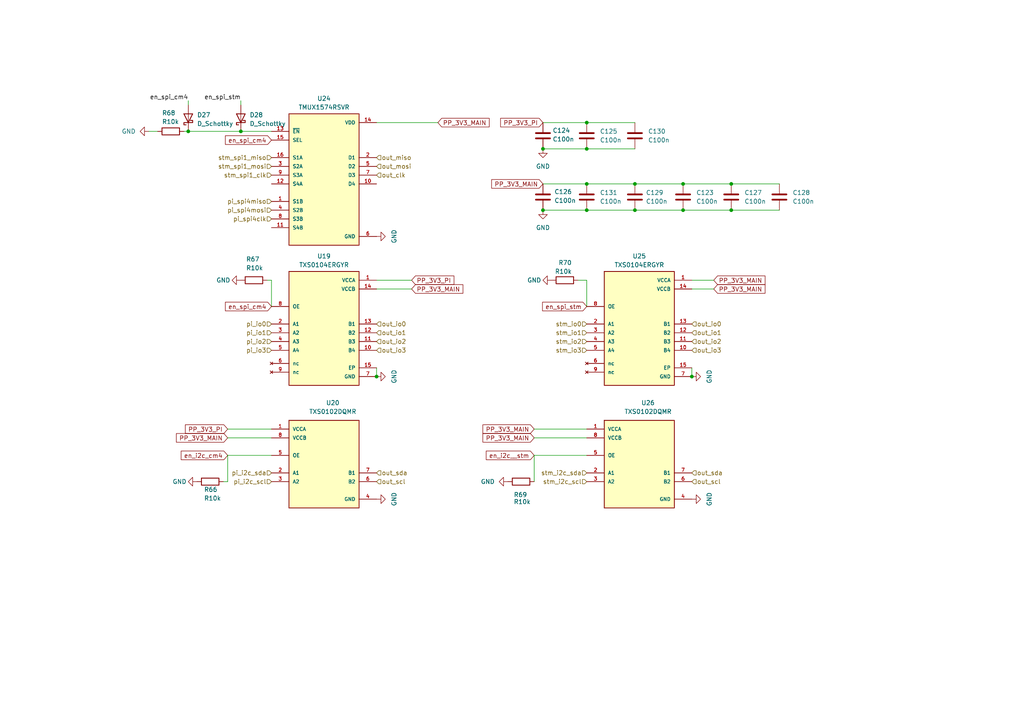
<source format=kicad_sch>
(kicad_sch (version 20231120) (generator "eeschema") (generator_version "8.0")
  (paper "A4")
  (title_block (title "Connector IO buffers") (date "2025-02-17") (rev "2.0") (comment 1 "Matthew Guo") (comment 2 "matthew@paisleymicro.com") (comment 3 "Matthew Guo") (comment 4 "matthew@paisleymicro.com") (comment 5 "Firefly-4") (comment 6 "PAISLEY-FC-4") (comment 7 "2025") (comment 8 "Firefly Automation Controller for RPi CM4"))
  (lib_symbols
    (symbol "Device:C" (pin_numbers hide) (pin_names (offset 0.254))
      (property "Reference" "C" (at 0.635 2.54 0))
      (property "Value" "C" (at 0.635 -2.54 0))
      (symbol "C_0_1"
        (polyline (pts (xy -2.032 -0.762) (xy 2.032 -0.762)) (stroke (width 0.508)))
        (polyline (pts (xy -2.032 0.762) (xy 2.032 0.762)) (stroke (width 0.508)))
      )
      (symbol "C_1_1"
        (pin passive line (at 0 3.81 270) (length 2.794) (name "~") (number "1"))
        (pin passive line (at 0 -3.81 90) (length 2.794) (name "~") (number "2"))
      )
    )
    (symbol "Device:D_Schottky" (pin_numbers hide) (pin_names (offset 1.016) hide)
      (property "Reference" "D" (at 0 2.54 0))
      (property "Value" "D_Schottky" (at 0 -2.54 0))
      (symbol "D_Schottky_0_1"
        (polyline (pts (xy 1.27 0) (xy -1.27 0)))
        (polyline (pts (xy 1.27 1.27) (xy 1.27 -1.27) (xy -1.27 0) (xy 1.27 1.27)) (stroke (width 0.254)))
        (polyline (pts (xy -1.905 0.635) (xy -1.905 1.27) (xy -1.27 1.27) (xy -1.27 -1.27) (xy -0.635 -1.27) (xy -0.635 -0.635)) (stroke (width 0.254)))
      )
      (symbol "D_Schottky_1_1"
        (pin passive line (at -3.81 0 0) (length 2.54) (name "K") (number "1"))
        (pin passive line (at 3.81 0 180) (length 2.54) (name "A") (number "2"))
      )
    )
    (symbol "Device:R" (pin_numbers hide) (pin_names (offset 0))
      (property "Reference" "R" (at 2.032 0 90))
      (property "Value" "R" (at 0 0 90))
      (symbol "R_0_1"
        (rectangle (start -1.016 -2.54) (end 1.016 2.54) (stroke (width 0.254)))
      )
      (symbol "R_1_1"
        (pin passive line (at 0 3.81 270) (length 1.27) (name "~") (number "1"))
        (pin passive line (at 0 -3.81 90) (length 1.27) (name "~") (number "2"))
      )
    )
    (symbol "TXS0102DQMR_1" (pin_names (offset 1.016))
      (property "Reference" "U20" (at 0 17.78 0))
      (property "Value" "TXS0102DQMR" (at 0 15.24 0))
      (symbol "TXS0102DQMR_1_0_0"
        (rectangle (start -12.7 12.7) (end 7.62 -12.7) (stroke (width 0.254)) (fill (type background)))
        (pin power_in line (at -17.78 10.16 0) (length 5.08) (name "VCCA") (number "1"))
        (pin bidirectional line (at -17.78 -2.54 0) (length 5.08) (name "A1") (number "2"))
        (pin bidirectional line (at -17.78 -5.08 0) (length 5.08) (name "A2") (number "3"))
        (pin power_in line (at 12.7 -10.16 180) (length 5.08) (name "GND") (number "4"))
        (pin input line (at -17.78 2.54 0) (length 5.08) (name "OE") (number "5"))
        (pin bidirectional line (at 12.7 -5.08 180) (length 5.08) (name "B2") (number "6"))
        (pin bidirectional line (at 12.7 -2.54 180) (length 5.08) (name "B1") (number "7"))
        (pin power_in line (at -17.78 7.62 0) (length 5.08) (name "VCCB") (number "8"))
      )
    )
    (symbol "aaafootprintlib:TMUX1574RSVR" (pin_names (offset 1.016))
      (property "Reference" "U" (at -10.16 21.082 0))
      (property "Value" "TMUX1574RSVR" (at -10.16 -20.32 0))
      (symbol "TMUX1574RSVR_0_0"
        (rectangle (start -10.16 -17.78) (end 10.16 20.32) (stroke (width 0.254)) (fill (type background)))
        (pin bidirectional line (at -15.24 -5.08 0) (length 5.08) (name "S1B") (number "1"))
        (pin bidirectional line (at 15.24 0 180) (length 5.08) (name "D4") (number "10"))
        (pin bidirectional line (at -15.24 -12.7 0) (length 5.08) (name "S4B") (number "11"))
        (pin bidirectional line (at -15.24 0 0) (length 5.08) (name "S4A") (number "12"))
        (pin input line (at -15.24 15.24 0) (length 5.08) (name "~{EN}") (number "13"))
        (pin power_in line (at 15.24 17.78 180) (length 5.08) (name "VDD") (number "14"))
        (pin input line (at -15.24 12.7 0) (length 5.08) (name "SEL") (number "15"))
        (pin bidirectional line (at -15.24 7.62 0) (length 5.08) (name "S1A") (number "16"))
        (pin bidirectional line (at 15.24 7.62 180) (length 5.08) (name "D1") (number "2"))
        (pin bidirectional line (at -15.24 5.08 0) (length 5.08) (name "S2A") (number "3"))
        (pin bidirectional line (at -15.24 -7.62 0) (length 5.08) (name "S2B") (number "4"))
        (pin bidirectional line (at 15.24 5.08 180) (length 5.08) (name "D2") (number "5"))
        (pin power_in line (at 15.24 -15.24 180) (length 5.08) (name "GND") (number "6"))
        (pin bidirectional line (at 15.24 2.54 180) (length 5.08) (name "D3") (number "7"))
        (pin bidirectional line (at -15.24 -10.16 0) (length 5.08) (name "S3B") (number "8"))
        (pin bidirectional line (at -15.24 2.54 0) (length 5.08) (name "S3A") (number "9"))
      )
    )
    (symbol "aaafootprintlib:TXS0102DQMR" (pin_names (offset 1.016))
      (property "Reference" "U26" (at 0 17.78 0))
      (property "Value" "TXS0102DQMR" (at 0 15.24 0))
      (symbol "TXS0102DQMR_0_0"
        (rectangle (start -12.7 12.7) (end 7.62 -12.7) (stroke (width 0.254)) (fill (type background)))
        (pin power_in line (at -17.78 10.16 0) (length 5.08) (name "VCCA") (number "1"))
        (pin bidirectional line (at -17.78 -2.54 0) (length 5.08) (name "A1") (number "2"))
        (pin bidirectional line (at -17.78 -5.08 0) (length 5.08) (name "A2") (number "3"))
        (pin power_in line (at 12.7 -10.16 180) (length 5.08) (name "GND") (number "4"))
        (pin input line (at -17.78 2.54 0) (length 5.08) (name "OE") (number "5"))
        (pin bidirectional line (at 12.7 -5.08 180) (length 5.08) (name "B2") (number "6"))
        (pin bidirectional line (at 12.7 -2.54 180) (length 5.08) (name "B1") (number "7"))
        (pin power_in line (at -17.78 7.62 0) (length 5.08) (name "VCCB") (number "8"))
      )
    )
    (symbol "aaafootprintlib:TXS0104ERGYR" (pin_names (offset 1.016))
      (property "Reference" "U" (at -10.16 18.542 0))
      (property "Value" "TXS0104ERGYR" (at -10.16 -17.78 0))
      (symbol "TXS0104ERGYR_0_0"
        (rectangle (start -10.16 17.78) (end 10.16 -15.24) (stroke (width 0.254)) (fill (type background)))
        (pin power_in line (at 15.24 15.24 180) (length 5.08) (name "VCCA") (number "1"))
        (pin bidirectional line (at 15.24 -5.08 180) (length 5.08) (name "B4") (number "10"))
        (pin bidirectional line (at 15.24 -2.54 180) (length 5.08) (name "B3") (number "11"))
        (pin bidirectional line (at 15.24 0 180) (length 5.08) (name "B2") (number "12"))
        (pin bidirectional line (at 15.24 2.54 180) (length 5.08) (name "B1") (number "13"))
        (pin power_in line (at 15.24 12.7 180) (length 5.08) (name "VCCB") (number "14"))
        (pin power_in line (at 15.24 -10.16 180) (length 5.08) (name "EP") (number "15"))
        (pin bidirectional line (at -15.24 2.54 0) (length 5.08) (name "A1") (number "2"))
        (pin bidirectional line (at -15.24 0 0) (length 5.08) (name "A2") (number "3"))
        (pin bidirectional line (at -15.24 -2.54 0) (length 5.08) (name "A3") (number "4"))
        (pin bidirectional line (at -15.24 -5.08 0) (length 5.08) (name "A4") (number "5"))
        (pin power_in line (at 15.24 -12.7 180) (length 5.08) (name "GND") (number "7"))
        (pin input line (at -15.24 7.62 0) (length 5.08) (name "OE") (number "8"))
      )
      (symbol "TXS0104ERGYR_1_0"
        (pin no_connect line (at -15.24 -8.89 0) (length 5.08) (name "nc") (number "6"))
        (pin no_connect line (at -15.24 -11.43 0) (length 5.08) (name "nc") (number "9"))
      )
    )
    (symbol "power:GND" (power) (pin_names (offset 0))
      (property "Value" "GND" (at 0 -3.81 0))
      (symbol "GND_0_1"
        (polyline (pts (xy 0 0) (xy 0 -1.27) (xy 1.27 -1.27) (xy 0 -2.54) (xy -1.27 -1.27) (xy 0 -1.27)))
      )
      (symbol "GND_1_1"
        (pin power_in line (at 0 0 270) (length 0) hide (name "GND") (number "1"))
      )
    )
  )
  (junction (at 157.48 60.96))
  (junction (at 170.18 60.96))
  (junction (at 200.66 109.22))
  (junction (at 54.61 38.1))
  (junction (at 170.18 53.34))
  (junction (at 184.15 60.96))
  (junction (at 198.12 60.96))
  (junction (at 157.48 43.18))
  (junction (at 69.85 38.1))
  (junction (at 184.15 53.34))
  (junction (at 212.09 60.96))
  (junction (at 109.22 109.22))
  (junction (at 170.18 35.56))
  (junction (at 212.09 53.34))
  (junction (at 170.18 43.18))
  (junction (at 198.12 53.34))
  (wire (pts (xy 157.48 60.96) (xy 170.18 60.96)))
  (wire (pts (xy 167.64 81.28) (xy 170.18 81.28)))
  (wire (pts (xy 198.12 60.96) (xy 212.09 60.96)))
  (wire (pts (xy 207.01 83.82) (xy 200.66 83.82)))
  (wire (pts (xy 212.09 60.96) (xy 226.06 60.96)))
  (wire (pts (xy 154.94 127) (xy 170.18 127)))
  (wire (pts (xy 69.85 29.21) (xy 69.85 30.48)))
  (wire (pts (xy 109.22 106.68) (xy 109.22 109.22)))
  (wire (pts (xy 170.18 132.08) (xy 154.94 132.08)))
  (wire (pts (xy 157.48 35.56) (xy 170.18 35.56)))
  (wire (pts (xy 200.66 106.68) (xy 200.66 109.22)))
  (wire (pts (xy 66.04 139.7) (xy 64.77 139.7)))
  (wire (pts (xy 78.74 132.08) (xy 66.04 132.08)))
  (wire (pts (xy 53.34 38.1) (xy 54.61 38.1)))
  (wire (pts (xy 170.18 53.34) (xy 184.15 53.34)))
  (wire (pts (xy 54.61 29.21) (xy 54.61 30.48)))
  (wire (pts (xy 170.18 35.56) (xy 184.15 35.56)))
  (wire (pts (xy 170.18 43.18) (xy 157.48 43.18)))
  (wire (pts (xy 184.15 53.34) (xy 198.12 53.34)))
  (wire (pts (xy 43.18 38.1) (xy 45.72 38.1)))
  (wire (pts (xy 212.09 53.34) (xy 226.06 53.34)))
  (wire (pts (xy 109.22 81.28) (xy 119.38 81.28)))
  (wire (pts (xy 66.04 132.08) (xy 66.04 139.7)))
  (wire (pts (xy 119.38 83.82) (xy 109.22 83.82)))
  (wire (pts (xy 78.74 88.9) (xy 78.74 81.28)))
  (wire (pts (xy 154.94 124.46) (xy 170.18 124.46)))
  (wire (pts (xy 78.74 81.28) (xy 77.47 81.28)))
  (wire (pts (xy 69.85 38.1) (xy 78.74 38.1)))
  (wire (pts (xy 66.04 124.46) (xy 78.74 124.46)))
  (wire (pts (xy 198.12 60.96) (xy 184.15 60.96)))
  (wire (pts (xy 109.22 35.56) (xy 127 35.56)))
  (wire (pts (xy 198.12 53.34) (xy 212.09 53.34)))
  (wire (pts (xy 200.66 81.28) (xy 207.01 81.28)))
  (wire (pts (xy 170.18 60.96) (xy 184.15 60.96)))
  (wire (pts (xy 184.15 43.18) (xy 170.18 43.18)))
  (wire (pts (xy 154.94 132.08) (xy 154.94 139.7)))
  (wire (pts (xy 157.48 53.34) (xy 170.18 53.34)))
  (wire (pts (xy 66.04 127) (xy 78.74 127)))
  (wire (pts (xy 170.18 81.28) (xy 170.18 88.9)))
  (wire (pts (xy 54.61 38.1) (xy 69.85 38.1)))
  (label "en_spi_cm4" (at 54.61 29.21 180))
  (label "en_spi_stm" (at 69.85 29.21 180))
  (global_label "PP_3V3_MAIN" (shape input) (at 207.01 83.82 0) (property "Intersheetrefs" "${INTERSHEET_REFS}" (effects (hide yes))))
  (global_label "PP_3V3_MAIN" (shape input) (at 157.48 53.34 180) (property "Intersheetrefs" "${INTERSHEET_REFS}" (effects (hide yes))))
  (global_label "PP_3V3_MAIN" (shape input) (at 66.04 127 180) (property "Intersheetrefs" "${INTERSHEET_REFS}" (effects (hide yes))))
  (global_label "en_i2c_cm4" (shape input) (at 66.04 132.08 180) (property "Intersheetrefs" "${INTERSHEET_REFS}" (effects (hide yes))))
  (global_label "en_i2c__stm" (shape input) (at 154.94 132.08 180) (property "Intersheetrefs" "${INTERSHEET_REFS}" (effects (hide yes))))
  (global_label "PP_3V3_MAIN" (shape input) (at 127 35.56 0) (property "Intersheetrefs" "${INTERSHEET_REFS}" (effects (hide yes))))
  (global_label "PP_3V3_MAIN" (shape input) (at 154.94 124.46 180) (property "Intersheetrefs" "${INTERSHEET_REFS}" (effects (hide yes))))
  (global_label "PP_3V3_PI" (shape input) (at 157.48 35.56 180) (property "Intersheetrefs" "${INTERSHEET_REFS}" (effects (hide yes))))
  (global_label "PP_3V3_MAIN" (shape input) (at 207.01 81.28 0) (property "Intersheetrefs" "${INTERSHEET_REFS}" (effects (hide yes))))
  (global_label "en_spi_stm" (shape input) (at 170.18 88.9 180) (property "Intersheetrefs" "${INTERSHEET_REFS}" (effects (hide yes))))
  (global_label "PP_3V3_PI" (shape input) (at 66.04 124.46 180) (property "Intersheetrefs" "${INTERSHEET_REFS}" (effects (hide yes))))
  (global_label "PP_3V3_MAIN" (shape input) (at 119.38 83.82 0) (property "Intersheetrefs" "${INTERSHEET_REFS}" (effects (hide yes))))
  (global_label "PP_3V3_MAIN" (shape input) (at 154.94 127 180) (property "Intersheetrefs" "${INTERSHEET_REFS}" (effects (hide yes))))
  (global_label "en_spi_cm4" (shape input) (at 78.74 40.64 180) (property "Intersheetrefs" "${INTERSHEET_REFS}" (effects (hide yes))))
  (global_label "PP_3V3_PI" (shape input) (at 119.38 81.28 0) (property "Intersheetrefs" "${INTERSHEET_REFS}" (effects (hide yes))))
  (global_label "en_spi_cm4" (shape input) (at 78.74 88.9 180) (property "Intersheetrefs" "${INTERSHEET_REFS}" (effects (hide yes))))
  (hierarchical_label "out_io2" (shape input) (at 200.66 99.06 0))
  (hierarchical_label "out_io1" (shape input) (at 200.66 96.52 0))
  (hierarchical_label "stm_io1" (shape input) (at 170.18 96.52 180))
  (hierarchical_label "pi_io3" (shape input) (at 78.74 101.6 180))
  (hierarchical_label "out_miso" (shape input) (at 109.22 45.72 0))
  (hierarchical_label "out_sda" (shape input) (at 109.22 137.16 0))
  (hierarchical_label "stm_spi1_clk" (shape input) (at 78.74 50.8 180))
  (hierarchical_label "pi_spi4miso" (shape input) (at 78.74 58.42 180))
  (hierarchical_label "stm_spi1_mosi" (shape input) (at 78.74 48.26 180))
  (hierarchical_label "out_scl" (shape input) (at 200.66 139.7 0))
  (hierarchical_label "out_io0" (shape input) (at 109.22 93.98 0))
  (hierarchical_label "out_io0" (shape input) (at 200.66 93.98 0))
  (hierarchical_label "stm_i2c_sda" (shape input) (at 170.18 137.16 180))
  (hierarchical_label "stm_io0" (shape input) (at 170.18 93.98 180))
  (hierarchical_label "out_io3" (shape input) (at 109.22 101.6 0))
  (hierarchical_label "pi_io1" (shape input) (at 78.74 96.52 180))
  (hierarchical_label "out_scl" (shape input) (at 109.22 139.7 0))
  (hierarchical_label "pi_spi4clk" (shape input) (at 78.74 63.5 180))
  (hierarchical_label "stm_io3" (shape input) (at 170.18 101.6 180))
  (hierarchical_label "pi_io2" (shape input) (at 78.74 99.06 180))
  (hierarchical_label "stm_spi1_miso" (shape input) (at 78.74 45.72 180))
  (hierarchical_label "out_mosi" (shape input) (at 109.22 48.26 0))
  (hierarchical_label "out_io2" (shape input) (at 109.22 99.06 0))
  (hierarchical_label "pi_i2c_sda" (shape input) (at 78.74 137.16 180))
  (hierarchical_label "out_clk" (shape input) (at 109.22 50.8 0))
  (hierarchical_label "pi_spi4mosi" (shape input) (at 78.74 60.96 180))
  (hierarchical_label "out_io1" (shape input) (at 109.22 96.52 0))
  (hierarchical_label "out_io3" (shape input) (at 200.66 101.6 0))
  (hierarchical_label "stm_i2c_scl" (shape input) (at 170.18 139.7 180))
  (hierarchical_label "out_sda" (shape input) (at 200.66 137.16 0))
  (hierarchical_label "pi_i2c_scl" (shape input) (at 78.74 139.7 180))
  (hierarchical_label "stm_io2" (shape input) (at 170.18 99.06 180))
  (hierarchical_label "pi_io0" (shape input) (at 78.74 93.98 180))
  (symbol (lib_id "Device:D_Schottky") (at 54.61 34.29 90) (unit 1)
    (property "Reference" "D27" (at 57.15 33.3375 90) (effects (justify right)))
    (property "Value" "D_Schottky" (at 57.15 35.8775 90) (effects (justify right)))
    (property "Footprint" "Diode_SMD:D_SOD-523" (effects (hide yes)))
  )
  (symbol (lib_id "aaafootprintlib:TXS0104ERGYR") (at 185.42 96.52 0) (unit 1)
    (property "Reference" "U25" (at 185.42 74.295 0))
    (property "Value" "TXS0104ERGYR" (at 185.42 76.835 0))
    (property "Footprint" "QFN50P350X350X100-15N" (effects (hide yes)))
  )
  (symbol (lib_id "Device:C") (at 198.12 57.15 0) (unit 1)
    (property "Reference" "C123" (at 201.93 55.88 0) (effects (justify left)))
    (property "Value" "C100n" (at 201.93 58.42 0) (effects (justify left)))
    (property "Footprint" "Capacitor_SMD:C_0402_1005Metric" (effects (hide yes)))
  )
  (symbol (lib_id "Device:C") (at 170.18 39.37 0) (unit 1)
    (property "Reference" "C125" (at 173.99 38.1 0) (effects (justify left)))
    (property "Value" "C100n" (at 173.99 40.64 0) (effects (justify left)))
    (property "Footprint" "Capacitor_SMD:C_0402_1005Metric" (effects (hide yes)))
  )
  (symbol (lib_id "power:GND") (at 200.66 109.22 90) (unit 1)
    (property "Reference" "#PWR0135" (effects (hide yes)))
    (property "Value" "GND" (at 205.74 109.22 0))
  )
  (symbol (lib_id "Device:R") (at 163.83 81.28 90) (mirror x) (unit 1)
    (property "Reference" "R70" (at 165.862 76.2 90) (effects (justify left)))
    (property "Value" "R10k" (at 165.862 78.74 90) (effects (justify left)))
    (property "Footprint" "Resistor_SMD:R_0402_1005Metric" (effects (hide yes)))
  )
  (symbol (lib_id "Device:C") (at 157.48 57.15 0) (unit 1)
    (property "Reference" "C126" (at 160.782 55.626 0) (effects (justify left)))
    (property "Value" "C100n" (at 160.782 58.166 0) (effects (justify left)))
    (property "Footprint" "Capacitor_SMD:C_0402_1005Metric" (effects (hide yes)))
  )
  (symbol (lib_id "Device:C") (at 184.15 57.15 0) (unit 1)
    (property "Reference" "C129" (at 187.325 55.88 0) (effects (justify left)))
    (property "Value" "C100n" (at 187.325 58.42 0) (effects (justify left)))
    (property "Footprint" "Capacitor_SMD:C_0402_1005Metric" (effects (hide yes)))
  )
  (symbol (lib_id "power:GND") (at 57.15 139.7 270) (unit 1)
    (property "Reference" "#PWR0123" (effects (hide yes)))
    (property "Value" "GND" (at 52.07 139.7 90))
  )
  (symbol (lib_id "Device:R") (at 73.66 81.28 270) (mirror x) (unit 1)
    (property "Reference" "R67" (at 71.374 75.184 90) (effects (justify left)))
    (property "Value" "R10k" (at 71.374 77.724 90) (effects (justify left)))
    (property "Footprint" "Resistor_SMD:R_0402_1005Metric" (effects (hide yes)))
  )
  (symbol (lib_id "power:GND") (at 200.66 144.78 90) (unit 1)
    (property "Reference" "#PWR0136" (effects (hide yes)))
    (property "Value" "GND" (at 205.74 144.78 0))
  )
  (symbol (lib_id "power:GND") (at 157.48 60.96 0) (unit 1)
    (property "Reference" "#PWR0134" (effects (hide yes)))
    (property "Value" "GND" (at 157.48 66.04 0))
  )
  (symbol (lib_id "power:GND") (at 109.22 68.58 90) (unit 1)
    (property "Reference" "#PWR0130" (effects (hide yes)))
    (property "Value" "GND" (at 114.3 68.58 0))
  )
  (symbol (lib_id "power:GND") (at 160.02 81.28 270) (unit 1)
    (property "Reference" "#PWR0128" (effects (hide yes)))
    (property "Value" "GND" (at 154.94 81.28 90))
  )
  (symbol (lib_id "Device:R") (at 60.96 139.7 270) (mirror x) (unit 1)
    (property "Reference" "R66" (at 59.182 141.986 90) (effects (justify left)))
    (property "Value" "R10k" (at 59.182 144.526 90) (effects (justify left)))
    (property "Footprint" "Resistor_SMD:R_0402_1005Metric" (effects (hide yes)))
  )
  (symbol (lib_id "power:GND") (at 109.22 109.22 90) (unit 1)
    (property "Reference" "#PWR0127" (effects (hide yes)))
    (property "Value" "GND" (at 114.3 109.22 0))
  )
  (symbol (lib_id "Device:C") (at 212.09 57.15 0) (unit 1)
    (property "Reference" "C127" (at 215.9 55.88 0) (effects (justify left)))
    (property "Value" "C100n" (at 215.9 58.42 0) (effects (justify left)))
    (property "Footprint" "Capacitor_SMD:C_0402_1005Metric" (effects (hide yes)))
  )
  (symbol (lib_id "power:GND") (at 147.32 139.7 270) (unit 1)
    (property "Reference" "#PWR0132" (effects (hide yes)))
    (property "Value" "GND" (at 143.51 139.6999 90) (effects (justify right)))
  )
  (symbol (lib_id "Device:C") (at 226.06 57.15 0) (unit 1)
    (property "Reference" "C128" (at 229.87 55.88 0) (effects (justify left)))
    (property "Value" "C100n" (at 229.87 58.42 0) (effects (justify left)))
    (property "Footprint" "Capacitor_SMD:C_0402_1005Metric" (effects (hide yes)))
  )
  (symbol (lib_id "Device:R") (at 151.13 139.7 90) (mirror x) (unit 1)
    (property "Reference" "R69" (at 152.908 143.51 90) (effects (justify left)))
    (property "Value" "R10k" (at 153.924 145.542 90) (effects (justify left)))
    (property "Footprint" "Resistor_SMD:R_0402_1005Metric" (effects (hide yes)))
  )
  (symbol (lib_id "aaafootprintlib:TMUX1574RSVR") (at 93.98 53.34 0) (unit 1)
    (property "Reference" "U24" (at 93.98 28.575 0))
    (property "Value" "TMUX1574RSVR" (at 93.98 31.115 0))
    (property "Footprint" "IC_TMUX1574RSVR" (effects (hide yes)))
  )
  (symbol (lib_id "Device:D_Schottky") (at 69.85 34.29 90) (unit 1)
    (property "Reference" "D28" (at 72.39 33.3375 90) (effects (justify right)))
    (property "Value" "D_Schottky" (at 72.39 35.8775 90) (effects (justify right)))
    (property "Footprint" "Diode_SMD:D_SOD-523" (effects (hide yes)))
  )
  (symbol (lib_id "power:GND") (at 109.22 144.78 90) (unit 1)
    (property "Reference" "#PWR0129" (effects (hide yes)))
    (property "Value" "GND" (at 114.3 144.78 0))
  )
  (symbol (lib_id "power:GND") (at 69.85 81.28 270) (unit 1)
    (property "Reference" "#PWR0124" (effects (hide yes)))
    (property "Value" "GND" (at 64.77 81.28 90))
  )
  (symbol (lib_id "Device:C") (at 157.48 39.37 0) (unit 1)
    (property "Reference" "C124" (at 160.274 37.846 0) (effects (justify left)))
    (property "Value" "C100n" (at 160.274 40.386 0) (effects (justify left)))
    (property "Footprint" "Capacitor_SMD:C_0402_1005Metric" (effects (hide yes)))
  )
  (symbol (lib_id "Device:C") (at 184.15 39.37 0) (unit 1)
    (property "Reference" "C130" (at 187.96 38.1 0) (effects (justify left)))
    (property "Value" "C100n" (at 187.96 40.64 0) (effects (justify left)))
    (property "Footprint" "Capacitor_SMD:C_0402_1005Metric" (effects (hide yes)))
  )
  (symbol (lib_id "aaafootprintlib:TXS0102DQMR") (at 187.96 134.62 0) (unit 1)
    (property "Reference" "U26" (at 187.96 116.84 0))
    (property "Value" "TXS0102DQMR" (at 187.96 119.38 0))
    (property "Footprint" "IC_TXS0102DQMR" (effects (hide yes)))
  )
  (symbol (lib_id "power:GND") (at 43.18 38.1 270) (unit 1)
    (property "Reference" "#PWR0126" (effects (hide yes)))
    (property "Value" "GND" (at 39.37 38.1 90) (effects (justify right)))
  )
  (symbol (lib_id "Device:C") (at 170.18 57.15 0) (unit 1)
    (property "Reference" "C131" (at 173.99 55.88 0) (effects (justify left)))
    (property "Value" "C100n" (at 173.99 58.42 0) (effects (justify left)))
    (property "Footprint" "Capacitor_SMD:C_0402_1005Metric" (effects (hide yes)))
  )
  (symbol (lib_name "TXS0102DQMR_1") (lib_id "aaafootprintlib:TXS0102DQMR") (at 96.52 134.62 0) (unit 1)
    (property "Reference" "U20" (at 96.52 116.84 0))
    (property "Value" "TXS0102DQMR" (at 96.52 119.38 0))
    (property "Footprint" "IC_TXS0102DQMR" (effects (hide yes)))
  )
  (symbol (lib_id "power:GND") (at 157.48 43.18 0) (unit 1)
    (property "Reference" "#PWR0125" (effects (hide yes)))
    (property "Value" "GND" (at 157.48 48.26 0))
  )
  (symbol (lib_id "Device:R") (at 49.53 38.1 270) (mirror x) (unit 1)
    (property "Reference" "R68" (at 46.99 32.766 90) (effects (justify left)))
    (property "Value" "R10k" (at 46.99 35.306 90) (effects (justify left)))
    (property "Footprint" "Resistor_SMD:R_0402_1005Metric" (effects (hide yes)))
  )
  (symbol (lib_id "aaafootprintlib:TXS0104ERGYR") (at 93.98 96.52 0) (unit 1)
    (property "Reference" "U19" (at 93.98 74.295 0))
    (property "Value" "TXS0104ERGYR" (at 93.98 76.835 0))
    (property "Footprint" "QFN50P350X350X100-15N" (effects (hide yes)))
  )
)
</source>
